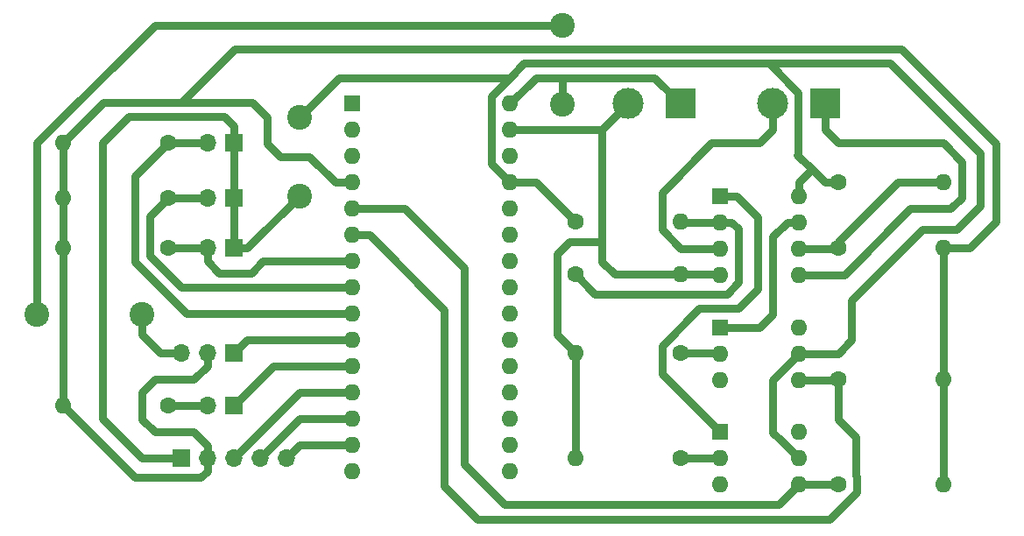
<source format=gbr>
%TF.GenerationSoftware,KiCad,Pcbnew,7.0.9*%
%TF.CreationDate,2024-01-17T18:54:20-05:00*%
%TF.ProjectId,ContadorElectronico,436f6e74-6164-46f7-9245-6c656374726f,rev?*%
%TF.SameCoordinates,Original*%
%TF.FileFunction,Copper,L2,Bot*%
%TF.FilePolarity,Positive*%
%FSLAX46Y46*%
G04 Gerber Fmt 4.6, Leading zero omitted, Abs format (unit mm)*
G04 Created by KiCad (PCBNEW 7.0.9) date 2024-01-17 18:54:20*
%MOMM*%
%LPD*%
G01*
G04 APERTURE LIST*
%TA.AperFunction,ComponentPad*%
%ADD10R,1.600000X1.600000*%
%TD*%
%TA.AperFunction,ComponentPad*%
%ADD11O,1.600000X1.600000*%
%TD*%
%TA.AperFunction,ComponentPad*%
%ADD12R,1.700000X1.700000*%
%TD*%
%TA.AperFunction,ComponentPad*%
%ADD13O,1.700000X1.700000*%
%TD*%
%TA.AperFunction,ComponentPad*%
%ADD14C,2.400000*%
%TD*%
%TA.AperFunction,ComponentPad*%
%ADD15C,1.600000*%
%TD*%
%TA.AperFunction,ComponentPad*%
%ADD16R,3.000000X3.000000*%
%TD*%
%TA.AperFunction,ComponentPad*%
%ADD17C,3.000000*%
%TD*%
%TA.AperFunction,Conductor*%
%ADD18C,0.800000*%
%TD*%
G04 APERTURE END LIST*
D10*
%TO.P,U4,1*%
%TO.N,Net-(U1-Pad7)*%
X118750585Y-64605000D03*
D11*
%TO.P,U4,2*%
%TO.N,Net-(R6-Pad1)*%
X118750585Y-67145000D03*
%TO.P,U4,3,NC*%
%TO.N,unconnected-(U4-NC-Pad3)*%
X118750585Y-69685000D03*
%TO.P,U4,4*%
%TO.N,/RESET*%
X126370585Y-69685000D03*
%TO.P,U4,5*%
%TO.N,+5V*%
X126370585Y-67145000D03*
%TO.P,U4,6*%
%TO.N,unconnected-(U4-Pad6)*%
X126370585Y-64605000D03*
%TD*%
D10*
%TO.P,U3,1*%
%TO.N,Net-(U1-Pad1)*%
X118740585Y-74750000D03*
D11*
%TO.P,U3,2*%
%TO.N,Net-(R5-Pad1)*%
X118740585Y-77290000D03*
%TO.P,U3,3,NC*%
%TO.N,unconnected-(U3-NC-Pad3)*%
X118740585Y-79830000D03*
%TO.P,U3,4*%
%TO.N,/COUNT*%
X126360585Y-79830000D03*
%TO.P,U3,5*%
%TO.N,+5V*%
X126360585Y-77290000D03*
%TO.P,U3,6*%
%TO.N,unconnected-(U3-Pad6)*%
X126360585Y-74750000D03*
%TD*%
D12*
%TO.P,SW3,1,1*%
%TO.N,+5V*%
X71750585Y-46810000D03*
D13*
%TO.P,SW3,2,2*%
%TO.N,/DEC*%
X69210585Y-46810000D03*
%TD*%
D14*
%TO.P,J6,1,Pin_1*%
%TO.N,+5V*%
X78110585Y-44285000D03*
%TD*%
%TO.P,J5,1,Pin_1*%
%TO.N,+5V*%
X78110585Y-51905000D03*
%TD*%
%TO.P,J4,1,Pin_1*%
%TO.N,+9V*%
X103510585Y-43015000D03*
%TD*%
%TO.P,J3,1,Pin_1*%
%TO.N,+9V*%
X103510585Y-35395000D03*
%TD*%
%TO.P,J2,1,Pin_1*%
%TO.N,+9V*%
X62870585Y-63335000D03*
%TD*%
%TO.P,J1,1,Pin_1*%
%TO.N,+9V*%
X52710585Y-63335000D03*
%TD*%
D12*
%TO.P,D1,1,K*%
%TO.N,/MODE_LED*%
X71750585Y-72210000D03*
D13*
%TO.P,D1,2,A*%
%TO.N,Net-(D1-A)*%
X69210585Y-72210000D03*
%TD*%
D12*
%TO.P,SW1,1,1*%
%TO.N,+5V*%
X71750585Y-56970000D03*
D13*
%TO.P,SW1,2,2*%
%TO.N,/MODE*%
X69210585Y-56970000D03*
%TD*%
D12*
%TO.P,SW2,1,1*%
%TO.N,+5V*%
X71750585Y-52120000D03*
D13*
%TO.P,SW2,2,2*%
%TO.N,/INC*%
X69210585Y-52120000D03*
%TD*%
D15*
%TO.P,R11,1*%
%TO.N,/DEC*%
X65400585Y-46810000D03*
D11*
%TO.P,R11,2*%
%TO.N,GND*%
X55240585Y-46810000D03*
%TD*%
D10*
%TO.P,U1,1*%
%TO.N,Net-(U1-Pad1)*%
X118750585Y-51900000D03*
D11*
%TO.P,U1,2,-*%
%TO.N,Net-(U1A--)*%
X118750585Y-54440000D03*
%TO.P,U1,3,+*%
%TO.N,/COUNT_IN*%
X118750585Y-56980000D03*
%TO.P,U1,4,V-*%
%TO.N,GND*%
X118750585Y-59520000D03*
%TO.P,U1,5,+*%
%TO.N,/RESET_IN*%
X126370585Y-59520000D03*
%TO.P,U1,6,-*%
%TO.N,Net-(U1B--)*%
X126370585Y-56980000D03*
%TO.P,U1,7*%
%TO.N,Net-(U1-Pad7)*%
X126370585Y-54440000D03*
%TO.P,U1,8,V+*%
%TO.N,+5V*%
X126370585Y-51900000D03*
%TD*%
D10*
%TO.P,A1,1,D1/TX*%
%TO.N,unconnected-(A1-D1{slash}TX-Pad1)*%
X83190585Y-43000000D03*
D11*
%TO.P,A1,2,D0/RX*%
%TO.N,unconnected-(A1-D0{slash}RX-Pad2)*%
X83190585Y-45540000D03*
%TO.P,A1,3,~{RESET}*%
%TO.N,unconnected-(A1-~{RESET}-Pad3)*%
X83190585Y-48080000D03*
%TO.P,A1,4,GND*%
%TO.N,GND*%
X83190585Y-50620000D03*
%TO.P,A1,5,D2*%
%TO.N,/COUNT*%
X83190585Y-53160000D03*
%TO.P,A1,6,D3*%
%TO.N,/RESET*%
X83190585Y-55700000D03*
%TO.P,A1,7,D4*%
%TO.N,/MODE*%
X83190585Y-58240000D03*
%TO.P,A1,8,D5*%
%TO.N,/INC*%
X83190585Y-60780000D03*
%TO.P,A1,9,D6*%
%TO.N,/DEC*%
X83190585Y-63320000D03*
%TO.P,A1,10,D7*%
%TO.N,/RELAY*%
X83190585Y-65860000D03*
%TO.P,A1,11,D8*%
%TO.N,/MODE_LED*%
X83190585Y-68400000D03*
%TO.P,A1,12,D9*%
%TO.N,Net-(A1-D9)*%
X83190585Y-70940000D03*
%TO.P,A1,13,D10*%
%TO.N,Net-(A1-D10)*%
X83190585Y-73480000D03*
%TO.P,A1,14,D11*%
%TO.N,Net-(A1-D11)*%
X83190585Y-76020000D03*
%TO.P,A1,15,D12*%
%TO.N,unconnected-(A1-D12-Pad15)*%
X83190585Y-78560000D03*
%TO.P,A1,16,D13*%
%TO.N,unconnected-(A1-D13-Pad16)*%
X98430585Y-78560000D03*
%TO.P,A1,17,3V3*%
%TO.N,unconnected-(A1-3V3-Pad17)*%
X98430585Y-76020000D03*
%TO.P,A1,18,AREF*%
%TO.N,unconnected-(A1-AREF-Pad18)*%
X98430585Y-73480000D03*
%TO.P,A1,19,A0*%
%TO.N,unconnected-(A1-A0-Pad19)*%
X98430585Y-70940000D03*
%TO.P,A1,20,A1*%
%TO.N,unconnected-(A1-A1-Pad20)*%
X98430585Y-68400000D03*
%TO.P,A1,21,A2*%
%TO.N,unconnected-(A1-A2-Pad21)*%
X98430585Y-65860000D03*
%TO.P,A1,22,A3*%
%TO.N,unconnected-(A1-A3-Pad22)*%
X98430585Y-63320000D03*
%TO.P,A1,23,A4*%
%TO.N,unconnected-(A1-A4-Pad23)*%
X98430585Y-60780000D03*
%TO.P,A1,24,A5*%
%TO.N,unconnected-(A1-A5-Pad24)*%
X98430585Y-58240000D03*
%TO.P,A1,25,A6*%
%TO.N,unconnected-(A1-A6-Pad25)*%
X98430585Y-55700000D03*
%TO.P,A1,26,A7*%
%TO.N,unconnected-(A1-A7-Pad26)*%
X98430585Y-53160000D03*
%TO.P,A1,27,+5V*%
%TO.N,+5V*%
X98430585Y-50620000D03*
%TO.P,A1,28,~{RESET}*%
%TO.N,unconnected-(A1-~{RESET}-Pad28)*%
X98430585Y-48080000D03*
%TO.P,A1,29,GND*%
%TO.N,GND*%
X98430585Y-45540000D03*
%TO.P,A1,30,VIN*%
%TO.N,+9V*%
X98430585Y-43000000D03*
%TD*%
D16*
%TO.P,J8,1,Pin_1*%
%TO.N,+9V*%
X114930585Y-43000000D03*
D17*
%TO.P,J8,2,Pin_2*%
%TO.N,GND*%
X109850585Y-43000000D03*
%TD*%
D15*
%TO.P,R12,1*%
%TO.N,Net-(D1-A)*%
X65400585Y-72210000D03*
D11*
%TO.P,R12,2*%
%TO.N,GND*%
X55240585Y-72210000D03*
%TD*%
D15*
%TO.P,R2,1*%
%TO.N,Net-(U1A--)*%
X104770585Y-59510000D03*
D11*
%TO.P,R2,2*%
%TO.N,GND*%
X114930585Y-59510000D03*
%TD*%
D15*
%TO.P,R4,1*%
%TO.N,Net-(U1B--)*%
X130170585Y-56970000D03*
D11*
%TO.P,R4,2*%
%TO.N,GND*%
X140330585Y-56970000D03*
%TD*%
D15*
%TO.P,R1,1*%
%TO.N,+5V*%
X104770585Y-54430000D03*
D11*
%TO.P,R1,2*%
%TO.N,Net-(U1A--)*%
X114930585Y-54430000D03*
%TD*%
D15*
%TO.P,R5,1*%
%TO.N,Net-(R5-Pad1)*%
X114920585Y-77275000D03*
D11*
%TO.P,R5,2*%
%TO.N,GND*%
X104760585Y-77275000D03*
%TD*%
D15*
%TO.P,R9,1*%
%TO.N,/MODE*%
X65400585Y-56970000D03*
D11*
%TO.P,R9,2*%
%TO.N,GND*%
X55240585Y-56970000D03*
%TD*%
D15*
%TO.P,R8,1*%
%TO.N,/RESET*%
X130170585Y-69670000D03*
D11*
%TO.P,R8,2*%
%TO.N,GND*%
X140330585Y-69670000D03*
%TD*%
D15*
%TO.P,R6,1*%
%TO.N,Net-(R6-Pad1)*%
X114930585Y-67130000D03*
D11*
%TO.P,R6,2*%
%TO.N,GND*%
X104770585Y-67130000D03*
%TD*%
D16*
%TO.P,J7,1,Pin_1*%
%TO.N,/RESET_IN*%
X128900585Y-43000000D03*
D17*
%TO.P,J7,2,Pin_2*%
%TO.N,/COUNT_IN*%
X123820585Y-43000000D03*
%TD*%
D15*
%TO.P,R7,1*%
%TO.N,/COUNT*%
X130160585Y-79815000D03*
D11*
%TO.P,R7,2*%
%TO.N,GND*%
X140320585Y-79815000D03*
%TD*%
D15*
%TO.P,R3,1*%
%TO.N,+5V*%
X130170585Y-50620000D03*
D11*
%TO.P,R3,2*%
%TO.N,Net-(U1B--)*%
X140330585Y-50620000D03*
%TD*%
D15*
%TO.P,R10,1*%
%TO.N,/INC*%
X65400585Y-52120000D03*
D11*
%TO.P,R10,2*%
%TO.N,GND*%
X55240585Y-52120000D03*
%TD*%
D13*
%TO.P,U2,5,LOAD*%
%TO.N,Net-(A1-D11)*%
X76830585Y-77290000D03*
%TO.P,U2,4,SCLK*%
%TO.N,Net-(A1-D10)*%
X74290585Y-77290000D03*
%TO.P,U2,3,SDI*%
%TO.N,Net-(A1-D9)*%
X71750585Y-77290000D03*
%TO.P,U2,2,GND*%
%TO.N,GND*%
X69210585Y-77290000D03*
D12*
%TO.P,U2,1,VCC*%
%TO.N,+5V*%
X66670585Y-77290000D03*
%TD*%
%TO.P,U5,1,IN*%
%TO.N,/RELAY*%
X71750585Y-67130000D03*
D13*
%TO.P,U5,2,GND*%
%TO.N,GND*%
X69210585Y-67130000D03*
%TO.P,U5,3,VCC*%
%TO.N,+9V*%
X66670585Y-67130000D03*
%TD*%
D18*
%TO.N,/RESET_IN*%
X130729063Y-59520000D02*
X126370585Y-59520000D01*
X141051171Y-53160000D02*
X137089063Y-53160000D01*
X142130585Y-52080586D02*
X141051171Y-53160000D01*
X130170585Y-46810000D02*
X140330585Y-46810000D01*
X137089063Y-53160000D02*
X130729063Y-59520000D01*
X128900585Y-45540000D02*
X130170585Y-46810000D01*
X142130585Y-48610000D02*
X142130585Y-52080586D01*
X128900585Y-43000000D02*
X128900585Y-45540000D01*
X140330585Y-46810000D02*
X142130585Y-48610000D01*
%TO.N,/RESET*%
X84845585Y-55700000D02*
X83190585Y-55700000D01*
X92080585Y-62935000D02*
X84845585Y-55700000D01*
X92080585Y-79935000D02*
X92080585Y-62935000D01*
X95295585Y-83150000D02*
X92080585Y-79935000D01*
X129371170Y-83150000D02*
X95295585Y-83150000D01*
X131960585Y-80560585D02*
X129371170Y-83150000D01*
X131860585Y-75175000D02*
X131860585Y-78969415D01*
X131960585Y-79069415D02*
X131960585Y-80560585D01*
X130170585Y-69670000D02*
X130170585Y-73485000D01*
X130170585Y-73485000D02*
X131860585Y-75175000D01*
X131860585Y-78969415D02*
X131960585Y-79069415D01*
%TO.N,/COUNT*%
X88305585Y-53160000D02*
X83190585Y-53160000D01*
X93985585Y-77840000D02*
X93985585Y-58840000D01*
X93985585Y-58840000D02*
X88305585Y-53160000D01*
X97895585Y-81750000D02*
X93985585Y-77840000D01*
X126360585Y-79830000D02*
X124440585Y-81750000D01*
X124440585Y-81750000D02*
X97895585Y-81750000D01*
%TO.N,GND*%
X136295585Y-37700000D02*
X71850585Y-37700000D01*
X142870585Y-56970000D02*
X145410585Y-54430000D01*
X140330585Y-56970000D02*
X142870585Y-56970000D01*
X145410585Y-54430000D02*
X145410585Y-46815000D01*
X145410585Y-46815000D02*
X136295585Y-37700000D01*
X71850585Y-37700000D02*
X66680585Y-42870000D01*
X104158085Y-56337500D02*
X104170585Y-56350000D01*
X102970585Y-65330000D02*
X102970585Y-57525000D01*
X104770585Y-67130000D02*
X102970585Y-65330000D01*
X102970585Y-57525000D02*
X104158085Y-56337500D01*
X104170585Y-56350000D02*
X107310585Y-56350000D01*
X107310585Y-56350000D02*
X107310585Y-55725000D01*
X107310585Y-58245000D02*
X107310585Y-56350000D01*
X114930585Y-59510000D02*
X108575585Y-59510000D01*
X108575585Y-59510000D02*
X107310585Y-58245000D01*
X107310585Y-55725000D02*
X107310585Y-45540000D01*
%TO.N,Net-(U1B--)*%
X135910585Y-50620000D02*
X140330585Y-50620000D01*
X130170585Y-56360000D02*
X135910585Y-50620000D01*
X130170585Y-56970000D02*
X130170585Y-56360000D01*
%TO.N,GND*%
X74935585Y-46825000D02*
X74935585Y-44285000D01*
X76205585Y-48095000D02*
X74935585Y-46825000D01*
X74935585Y-44285000D02*
X73520585Y-42870000D01*
X79063085Y-48095000D02*
X76205585Y-48095000D01*
X83190585Y-50620000D02*
X81588085Y-50620000D01*
X81588085Y-50620000D02*
X79063085Y-48095000D01*
X73520585Y-42870000D02*
X66680585Y-42870000D01*
%TO.N,+5V*%
X71750585Y-56970000D02*
X73045585Y-56970000D01*
X73045585Y-56970000D02*
X78110585Y-51905000D01*
X98420292Y-40464707D02*
X81930878Y-40464707D01*
X81930878Y-40464707D02*
X78110585Y-44285000D01*
X98420292Y-40464707D02*
X96630585Y-42254415D01*
X99785000Y-39100000D02*
X98420292Y-40464707D01*
%TO.N,GND*%
X66680585Y-42870000D02*
X59180585Y-42870000D01*
%TO.N,Net-(U1A--)*%
X119411170Y-61405000D02*
X106665585Y-61405000D01*
X106665585Y-61405000D02*
X104770585Y-59510000D01*
X120550585Y-55108630D02*
X120550585Y-60265585D01*
X120550585Y-60265585D02*
X119411170Y-61405000D01*
X119881955Y-54440000D02*
X120550585Y-55108630D01*
X118750585Y-54440000D02*
X119881955Y-54440000D01*
%TO.N,Net-(U1-Pad1)*%
X120550585Y-62805000D02*
X116710000Y-62805000D01*
X116710000Y-62805000D02*
X113130585Y-66384415D01*
X113130585Y-69140000D02*
X118740585Y-74750000D01*
X122430585Y-53980000D02*
X122430585Y-60925000D01*
X122430585Y-60925000D02*
X120550585Y-62805000D01*
X120350585Y-51900000D02*
X122430585Y-53980000D01*
X113130585Y-66384415D02*
X113130585Y-69140000D01*
X118750585Y-51900000D02*
X120350585Y-51900000D01*
%TO.N,Net-(U1-Pad7)*%
X122560585Y-64605000D02*
X118750585Y-64605000D01*
X123830585Y-63335000D02*
X122560585Y-64605000D01*
X125239215Y-54440000D02*
X123830585Y-55848630D01*
X126370585Y-54440000D02*
X125239215Y-54440000D01*
X123830585Y-55848630D02*
X123830585Y-63335000D01*
%TO.N,+9V*%
X103510585Y-43015000D02*
X103510585Y-40500000D01*
X103510585Y-40500000D02*
X100930585Y-40500000D01*
X106050585Y-40500000D02*
X103510585Y-40500000D01*
X112430585Y-40500000D02*
X106050585Y-40500000D01*
X62870585Y-65314899D02*
X62870585Y-63335000D01*
X66670585Y-67130000D02*
X64685686Y-67130000D01*
X64685686Y-67130000D02*
X62870585Y-65314899D01*
X64110000Y-35395000D02*
X103510585Y-35395000D01*
X52710585Y-46794415D02*
X64110000Y-35395000D01*
X52710585Y-63335000D02*
X52710585Y-46794415D01*
%TO.N,+5V*%
X124655585Y-75590000D02*
X123830585Y-74765000D01*
X124660585Y-75590000D02*
X124655585Y-75590000D01*
X123830585Y-69685000D02*
X123830585Y-74765000D01*
X126370585Y-67145000D02*
X123830585Y-69685000D01*
X126360585Y-77290000D02*
X124660585Y-75590000D01*
%TO.N,/MODE*%
X73440585Y-59380000D02*
X74580585Y-58240000D01*
X70350585Y-59380000D02*
X73440585Y-59380000D01*
X69210585Y-58240000D02*
X70350585Y-59380000D01*
X69210585Y-56970000D02*
X69210585Y-58240000D01*
X74580585Y-58240000D02*
X83190585Y-58240000D01*
%TO.N,/INC*%
X63600585Y-53920000D02*
X65400585Y-52120000D01*
X66665000Y-60780000D02*
X63600585Y-57715585D01*
X63600585Y-57715585D02*
X63600585Y-53920000D01*
X83190585Y-60780000D02*
X66665000Y-60780000D01*
%TO.N,GND*%
X69210585Y-68332081D02*
X69210585Y-67130000D01*
X62860585Y-73482793D02*
X62860585Y-70937207D01*
X62860585Y-70937207D02*
X64127792Y-69670000D01*
X64127792Y-74750000D02*
X62860585Y-73482793D01*
X69210585Y-76087919D02*
X67872666Y-74750000D01*
X67872666Y-74750000D02*
X64127792Y-74750000D01*
X67872666Y-69670000D02*
X69210585Y-68332081D01*
X69210585Y-77290000D02*
X69210585Y-76087919D01*
X64127792Y-69670000D02*
X67872666Y-69670000D01*
%TO.N,+5V*%
X130155585Y-67145000D02*
X126370585Y-67145000D01*
X131440585Y-65860000D02*
X130155585Y-67145000D01*
X131440585Y-62050000D02*
X131440585Y-65860000D01*
X138320585Y-55170000D02*
X131440585Y-62050000D01*
X141576069Y-55170000D02*
X138320585Y-55170000D01*
X143856346Y-47795761D02*
X143856346Y-52889723D01*
X135160585Y-39100000D02*
X143856346Y-47795761D01*
X122550585Y-39100000D02*
X135160585Y-39100000D01*
X122550585Y-39100000D02*
X99785000Y-39100000D01*
X123456119Y-39100000D02*
X122550585Y-39100000D01*
X143856346Y-52889723D02*
X141576069Y-55170000D01*
X98425000Y-50620000D02*
X98430585Y-50620000D01*
X126320585Y-41964466D02*
X123456119Y-39100000D01*
X96630585Y-48825585D02*
X98425000Y-50620000D01*
X126320585Y-47840000D02*
X126320585Y-41964466D01*
X96630585Y-42254415D02*
X96630585Y-48825585D01*
X126220585Y-47940000D02*
X126320585Y-47840000D01*
X126370585Y-51900000D02*
X126370585Y-50610000D01*
X127630585Y-49350000D02*
X126220585Y-47940000D01*
X126370585Y-50610000D02*
X127630585Y-49350000D01*
X128900585Y-50620000D02*
X127630585Y-49350000D01*
X130170585Y-50620000D02*
X128900585Y-50620000D01*
%TO.N,GND*%
X59180585Y-42870000D02*
X55240585Y-46810000D01*
%TO.N,+5V*%
X100960585Y-50620000D02*
X98430585Y-50620000D01*
X104770585Y-54430000D02*
X100960585Y-50620000D01*
%TO.N,GND*%
X98430585Y-45540000D02*
X107310585Y-45540000D01*
X107310585Y-45540000D02*
X109850585Y-43000000D01*
%TO.N,+9V*%
X114930585Y-43000000D02*
X112430585Y-40500000D01*
X100930585Y-40500000D02*
X98430585Y-43000000D01*
%TO.N,/COUNT_IN*%
X122550585Y-46810000D02*
X117889265Y-46810000D01*
X123820585Y-45540000D02*
X122550585Y-46810000D01*
X123820585Y-43000000D02*
X123820585Y-45540000D01*
X117889265Y-46810000D02*
X113130585Y-51568680D01*
X114935000Y-56980000D02*
X118750585Y-56980000D01*
X113130585Y-55175585D02*
X114935000Y-56980000D01*
X113130585Y-51568680D02*
X113130585Y-55175585D01*
%TO.N,GND*%
X69210585Y-78492081D02*
X69210585Y-77290000D01*
X62170585Y-79140000D02*
X68562666Y-79140000D01*
X55240585Y-72210000D02*
X62170585Y-79140000D01*
X68562666Y-79140000D02*
X69210585Y-78492081D01*
%TO.N,+5V*%
X71750585Y-45160000D02*
X71750585Y-46810000D01*
X70860585Y-44270000D02*
X71750585Y-45160000D01*
X59050585Y-73480000D02*
X59050585Y-46810000D01*
X61590585Y-44270000D02*
X70860585Y-44270000D01*
X62860585Y-77290000D02*
X59050585Y-73480000D01*
X66670585Y-77290000D02*
X62860585Y-77290000D01*
X59050585Y-46810000D02*
X61590585Y-44270000D01*
%TO.N,/RELAY*%
X73020585Y-65860000D02*
X83190585Y-65860000D01*
X71750585Y-67130000D02*
X73020585Y-65860000D01*
%TO.N,/MODE_LED*%
X75560585Y-68400000D02*
X83190585Y-68400000D01*
X71750585Y-72210000D02*
X75560585Y-68400000D01*
%TO.N,GND*%
X55240585Y-72210000D02*
X55240585Y-56970000D01*
%TO.N,Net-(A1-D9)*%
X78100585Y-70940000D02*
X71750585Y-77290000D01*
%TO.N,Net-(A1-D10)*%
X78100585Y-73480000D02*
X74290585Y-77290000D01*
%TO.N,Net-(A1-D11)*%
X78100585Y-76020000D02*
X76830585Y-77290000D01*
%TO.N,/DEC*%
X62200585Y-50010000D02*
X65400585Y-46810000D01*
X67225102Y-63320000D02*
X62200585Y-58295483D01*
X83190585Y-63320000D02*
X67225102Y-63320000D01*
X62200585Y-58295483D02*
X62200585Y-50010000D01*
%TO.N,/MODE*%
X65400585Y-56970000D02*
X69210585Y-56970000D01*
%TO.N,Net-(D1-A)*%
X65400585Y-72210000D02*
X69210585Y-72210000D01*
%TO.N,+5V*%
X71750585Y-52120000D02*
X71750585Y-46810000D01*
X71750585Y-56970000D02*
X71750585Y-52120000D01*
%TO.N,GND*%
X55240585Y-52120000D02*
X55240585Y-56970000D01*
X55240585Y-46810000D02*
X55240585Y-52120000D01*
%TO.N,/DEC*%
X65400585Y-46810000D02*
X69210585Y-46810000D01*
%TO.N,/INC*%
X65400585Y-52120000D02*
X69210585Y-52120000D01*
%TO.N,Net-(A1-D9)*%
X78100585Y-70940000D02*
X83190585Y-70940000D01*
%TO.N,Net-(A1-D10)*%
X78100585Y-73480000D02*
X83190585Y-73480000D01*
%TO.N,Net-(A1-D11)*%
X78100585Y-76020000D02*
X83190585Y-76020000D01*
%TO.N,GND*%
X104760585Y-77275000D02*
X104760585Y-67140000D01*
X104760585Y-67140000D02*
X104770585Y-67130000D01*
X140330585Y-69670000D02*
X140330585Y-56970000D01*
X140320585Y-69680000D02*
X140330585Y-69670000D01*
X140320585Y-79815000D02*
X140320585Y-69680000D01*
X118740585Y-59510000D02*
X118750585Y-59520000D01*
X114930585Y-59510000D02*
X118740585Y-59510000D01*
%TO.N,Net-(U1B--)*%
X126370585Y-56980000D02*
X130160585Y-56980000D01*
%TO.N,/RESET*%
X126370585Y-69685000D02*
X130155585Y-69685000D01*
%TO.N,/COUNT*%
X130145585Y-79830000D02*
X130160585Y-79815000D01*
X126360585Y-79830000D02*
X130145585Y-79830000D01*
%TO.N,Net-(R5-Pad1)*%
X114920585Y-77275000D02*
X118725585Y-77275000D01*
%TO.N,Net-(R6-Pad1)*%
X114930585Y-67130000D02*
X118735585Y-67130000D01*
%TO.N,Net-(U1A--)*%
X118750585Y-54440000D02*
X114940585Y-54440000D01*
%TD*%
M02*

</source>
